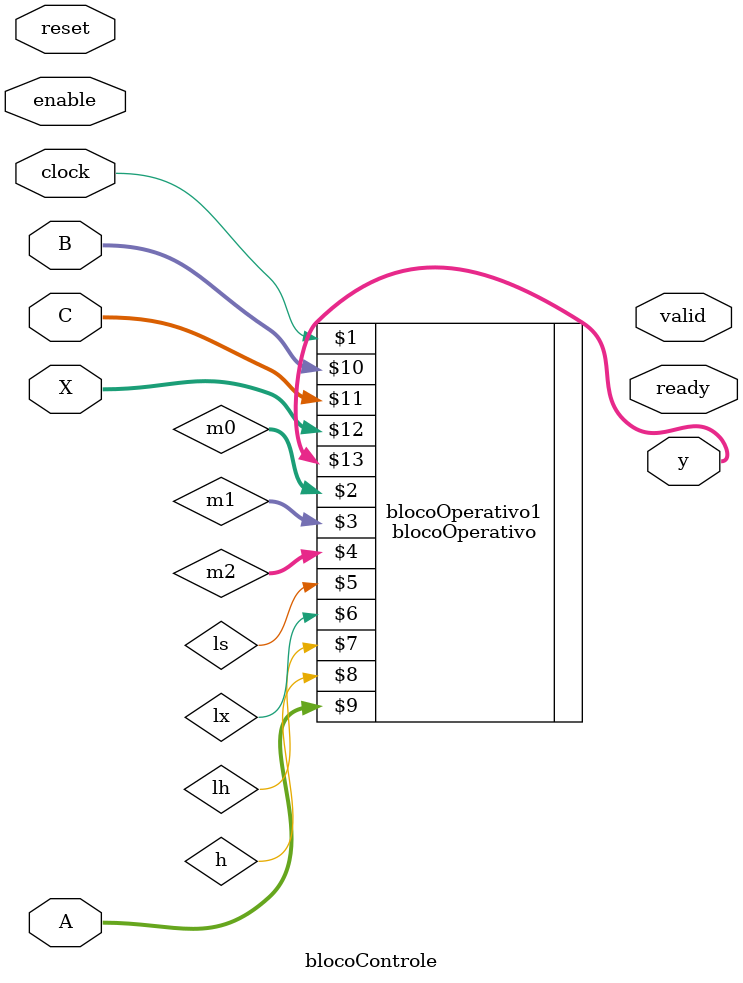
<source format=v>

`include "blocoOperativo.v"

module blocoControle (
    input signed [7:0] X,
    input signed [15:0] A,
    input signed [15:0] B,
    input signed [15:0] C,

    input clock,
    input enable,
    input reset,

    output signed [15:0] y,
    output ready,
    output valid
);
    wire [1:0] m0;
    wire [1:0] m1;
    wire [1:0] m2;
    
    wire lx;
    wire ls;
    wire lh;
    wire h;

    blocoOperativo blocoOperativo1(clock,m0,m1,m2,ls,lx,lh,h,A,B,C,X,y);


endmodule
</source>
